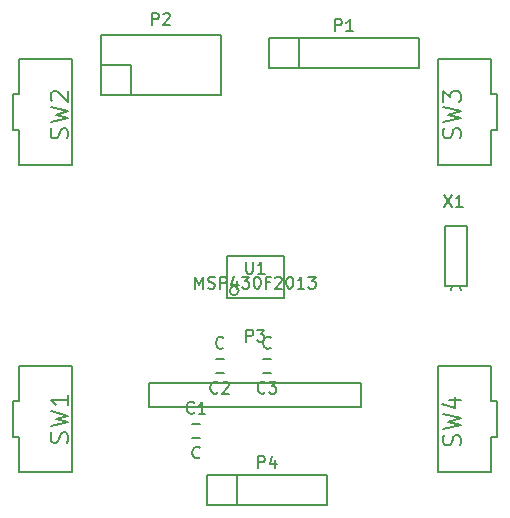
<source format=gto>
G04 #@! TF.FileFunction,Legend,Top*
%FSLAX46Y46*%
G04 Gerber Fmt 4.6, Leading zero omitted, Abs format (unit mm)*
G04 Created by KiCad (PCBNEW (2014-11-17 BZR 5289)-product) date Thu 22 Jan 2015 10:16:19 AM EST*
%MOMM*%
G01*
G04 APERTURE LIST*
%ADD10C,0.100000*%
%ADD11C,0.150000*%
G04 APERTURE END LIST*
D10*
D11*
X212650000Y-145400000D02*
X213350000Y-145400000D01*
X213350000Y-146600000D02*
X212650000Y-146600000D01*
X215350000Y-141100000D02*
X214650000Y-141100000D01*
X214650000Y-139900000D02*
X215350000Y-139900000D01*
X219350000Y-141100000D02*
X218650000Y-141100000D01*
X218650000Y-139900000D02*
X219350000Y-139900000D01*
X221690000Y-112730000D02*
X231850000Y-112730000D01*
X231850000Y-112730000D02*
X231850000Y-115270000D01*
X231850000Y-115270000D02*
X221690000Y-115270000D01*
X219150000Y-112730000D02*
X221690000Y-112730000D01*
X221690000Y-112730000D02*
X221690000Y-115270000D01*
X219150000Y-112730000D02*
X219150000Y-115270000D01*
X219150000Y-115270000D02*
X221690000Y-115270000D01*
X207460000Y-117540000D02*
X215080000Y-117540000D01*
X215080000Y-117540000D02*
X215080000Y-112460000D01*
X215080000Y-112460000D02*
X204920000Y-112460000D01*
X204920000Y-112460000D02*
X204920000Y-115000000D01*
X204920000Y-117540000D02*
X207460000Y-117540000D01*
X204920000Y-115000000D02*
X207460000Y-115000000D01*
X207460000Y-115000000D02*
X207460000Y-117540000D01*
X204920000Y-117540000D02*
X204920000Y-115000000D01*
X216460000Y-152270000D02*
X224080000Y-152270000D01*
X216460000Y-149730000D02*
X224080000Y-149730000D01*
X213920000Y-149730000D02*
X216460000Y-149730000D01*
X224080000Y-152270000D02*
X224080000Y-149730000D01*
X216460000Y-149730000D02*
X216460000Y-152270000D01*
X213920000Y-149730000D02*
X213920000Y-152270000D01*
X213920000Y-152270000D02*
X216460000Y-152270000D01*
X202500000Y-140500000D02*
X198000000Y-140500000D01*
X198000000Y-140500000D02*
X198000000Y-143500000D01*
X198000000Y-143500000D02*
X197500000Y-143500000D01*
X197500000Y-143500000D02*
X197500000Y-146500000D01*
X197500000Y-146500000D02*
X198000000Y-146500000D01*
X198000000Y-146500000D02*
X198000000Y-149500000D01*
X198000000Y-149500000D02*
X202500000Y-149500000D01*
X202500000Y-149500000D02*
X202500000Y-140500000D01*
X202500000Y-114500000D02*
X198000000Y-114500000D01*
X198000000Y-114500000D02*
X198000000Y-117500000D01*
X198000000Y-117500000D02*
X197500000Y-117500000D01*
X197500000Y-117500000D02*
X197500000Y-120500000D01*
X197500000Y-120500000D02*
X198000000Y-120500000D01*
X198000000Y-120500000D02*
X198000000Y-123500000D01*
X198000000Y-123500000D02*
X202500000Y-123500000D01*
X202500000Y-123500000D02*
X202500000Y-114500000D01*
X233500000Y-123500000D02*
X238000000Y-123500000D01*
X238000000Y-123500000D02*
X238000000Y-120500000D01*
X238000000Y-120500000D02*
X238500000Y-120500000D01*
X238500000Y-120500000D02*
X238500000Y-117500000D01*
X238500000Y-117500000D02*
X238000000Y-117500000D01*
X238000000Y-117500000D02*
X238000000Y-114500000D01*
X238000000Y-114500000D02*
X233500000Y-114500000D01*
X233500000Y-114500000D02*
X233500000Y-123500000D01*
X233500000Y-149500000D02*
X238000000Y-149500000D01*
X238000000Y-149500000D02*
X238000000Y-146500000D01*
X238000000Y-146500000D02*
X238500000Y-146500000D01*
X238500000Y-146500000D02*
X238500000Y-143500000D01*
X238500000Y-143500000D02*
X238000000Y-143500000D01*
X238000000Y-143500000D02*
X238000000Y-140500000D01*
X238000000Y-140500000D02*
X233500000Y-140500000D01*
X233500000Y-140500000D02*
X233500000Y-149500000D01*
X215587000Y-131222000D02*
X220413000Y-131222000D01*
X220413000Y-131222000D02*
X220413000Y-134778000D01*
X220413000Y-134778000D02*
X215587000Y-134778000D01*
X215587000Y-134778000D02*
X215587000Y-131222000D01*
X216603000Y-134143000D02*
G75*
G03X216603000Y-134143000I-381000J0D01*
G01*
X234700280Y-133750320D02*
X234601220Y-134050040D01*
X235299720Y-133750320D02*
X235398780Y-134050040D01*
X235899160Y-133750320D02*
X235899160Y-128700800D01*
X235899160Y-128700800D02*
X234100840Y-128700800D01*
X234100840Y-128700800D02*
X234100840Y-133750320D01*
X235899160Y-133750320D02*
X234100840Y-133750320D01*
X227000000Y-142000000D02*
X209000000Y-142000000D01*
X209000000Y-142000000D02*
X209000000Y-144000000D01*
X209000000Y-144000000D02*
X227000000Y-144000000D01*
X227000000Y-144000000D02*
X227000000Y-142000000D01*
X212833334Y-144457143D02*
X212785715Y-144504762D01*
X212642858Y-144552381D01*
X212547620Y-144552381D01*
X212404762Y-144504762D01*
X212309524Y-144409524D01*
X212261905Y-144314286D01*
X212214286Y-144123810D01*
X212214286Y-143980952D01*
X212261905Y-143790476D01*
X212309524Y-143695238D01*
X212404762Y-143600000D01*
X212547620Y-143552381D01*
X212642858Y-143552381D01*
X212785715Y-143600000D01*
X212833334Y-143647619D01*
X213785715Y-144552381D02*
X213214286Y-144552381D01*
X213500000Y-144552381D02*
X213500000Y-143552381D01*
X213404762Y-143695238D01*
X213309524Y-143790476D01*
X213214286Y-143838095D01*
X213309524Y-148257143D02*
X213261905Y-148304762D01*
X213119048Y-148352381D01*
X213023810Y-148352381D01*
X212880952Y-148304762D01*
X212785714Y-148209524D01*
X212738095Y-148114286D01*
X212690476Y-147923810D01*
X212690476Y-147780952D01*
X212738095Y-147590476D01*
X212785714Y-147495238D01*
X212880952Y-147400000D01*
X213023810Y-147352381D01*
X213119048Y-147352381D01*
X213261905Y-147400000D01*
X213309524Y-147447619D01*
X214833334Y-142757143D02*
X214785715Y-142804762D01*
X214642858Y-142852381D01*
X214547620Y-142852381D01*
X214404762Y-142804762D01*
X214309524Y-142709524D01*
X214261905Y-142614286D01*
X214214286Y-142423810D01*
X214214286Y-142280952D01*
X214261905Y-142090476D01*
X214309524Y-141995238D01*
X214404762Y-141900000D01*
X214547620Y-141852381D01*
X214642858Y-141852381D01*
X214785715Y-141900000D01*
X214833334Y-141947619D01*
X215214286Y-141947619D02*
X215261905Y-141900000D01*
X215357143Y-141852381D01*
X215595239Y-141852381D01*
X215690477Y-141900000D01*
X215738096Y-141947619D01*
X215785715Y-142042857D01*
X215785715Y-142138095D01*
X215738096Y-142280952D01*
X215166667Y-142852381D01*
X215785715Y-142852381D01*
X215309524Y-138957143D02*
X215261905Y-139004762D01*
X215119048Y-139052381D01*
X215023810Y-139052381D01*
X214880952Y-139004762D01*
X214785714Y-138909524D01*
X214738095Y-138814286D01*
X214690476Y-138623810D01*
X214690476Y-138480952D01*
X214738095Y-138290476D01*
X214785714Y-138195238D01*
X214880952Y-138100000D01*
X215023810Y-138052381D01*
X215119048Y-138052381D01*
X215261905Y-138100000D01*
X215309524Y-138147619D01*
X218833334Y-142757143D02*
X218785715Y-142804762D01*
X218642858Y-142852381D01*
X218547620Y-142852381D01*
X218404762Y-142804762D01*
X218309524Y-142709524D01*
X218261905Y-142614286D01*
X218214286Y-142423810D01*
X218214286Y-142280952D01*
X218261905Y-142090476D01*
X218309524Y-141995238D01*
X218404762Y-141900000D01*
X218547620Y-141852381D01*
X218642858Y-141852381D01*
X218785715Y-141900000D01*
X218833334Y-141947619D01*
X219166667Y-141852381D02*
X219785715Y-141852381D01*
X219452381Y-142233333D01*
X219595239Y-142233333D01*
X219690477Y-142280952D01*
X219738096Y-142328571D01*
X219785715Y-142423810D01*
X219785715Y-142661905D01*
X219738096Y-142757143D01*
X219690477Y-142804762D01*
X219595239Y-142852381D01*
X219309524Y-142852381D01*
X219214286Y-142804762D01*
X219166667Y-142757143D01*
X219309524Y-138957143D02*
X219261905Y-139004762D01*
X219119048Y-139052381D01*
X219023810Y-139052381D01*
X218880952Y-139004762D01*
X218785714Y-138909524D01*
X218738095Y-138814286D01*
X218690476Y-138623810D01*
X218690476Y-138480952D01*
X218738095Y-138290476D01*
X218785714Y-138195238D01*
X218880952Y-138100000D01*
X219023810Y-138052381D01*
X219119048Y-138052381D01*
X219261905Y-138100000D01*
X219309524Y-138147619D01*
X224761905Y-112166381D02*
X224761905Y-111166381D01*
X225142858Y-111166381D01*
X225238096Y-111214000D01*
X225285715Y-111261619D01*
X225333334Y-111356857D01*
X225333334Y-111499714D01*
X225285715Y-111594952D01*
X225238096Y-111642571D01*
X225142858Y-111690190D01*
X224761905Y-111690190D01*
X226285715Y-112166381D02*
X225714286Y-112166381D01*
X226000000Y-112166381D02*
X226000000Y-111166381D01*
X225904762Y-111309238D01*
X225809524Y-111404476D01*
X225714286Y-111452095D01*
X209261905Y-111642381D02*
X209261905Y-110642381D01*
X209642858Y-110642381D01*
X209738096Y-110690000D01*
X209785715Y-110737619D01*
X209833334Y-110832857D01*
X209833334Y-110975714D01*
X209785715Y-111070952D01*
X209738096Y-111118571D01*
X209642858Y-111166190D01*
X209261905Y-111166190D01*
X210214286Y-110737619D02*
X210261905Y-110690000D01*
X210357143Y-110642381D01*
X210595239Y-110642381D01*
X210690477Y-110690000D01*
X210738096Y-110737619D01*
X210785715Y-110832857D01*
X210785715Y-110928095D01*
X210738096Y-111070952D01*
X210166667Y-111642381D01*
X210785715Y-111642381D01*
X218261905Y-149166381D02*
X218261905Y-148166381D01*
X218642858Y-148166381D01*
X218738096Y-148214000D01*
X218785715Y-148261619D01*
X218833334Y-148356857D01*
X218833334Y-148499714D01*
X218785715Y-148594952D01*
X218738096Y-148642571D01*
X218642858Y-148690190D01*
X218261905Y-148690190D01*
X219690477Y-148499714D02*
X219690477Y-149166381D01*
X219452381Y-148118762D02*
X219214286Y-148833048D01*
X219833334Y-148833048D01*
X202107143Y-147000000D02*
X202178571Y-146785714D01*
X202178571Y-146428571D01*
X202107143Y-146285714D01*
X202035714Y-146214285D01*
X201892857Y-146142857D01*
X201750000Y-146142857D01*
X201607143Y-146214285D01*
X201535714Y-146285714D01*
X201464286Y-146428571D01*
X201392857Y-146714285D01*
X201321429Y-146857143D01*
X201250000Y-146928571D01*
X201107143Y-147000000D01*
X200964286Y-147000000D01*
X200821429Y-146928571D01*
X200750000Y-146857143D01*
X200678571Y-146714285D01*
X200678571Y-146357143D01*
X200750000Y-146142857D01*
X200678571Y-145642857D02*
X202178571Y-145285714D01*
X201107143Y-145000000D01*
X202178571Y-144714286D01*
X200678571Y-144357143D01*
X202178571Y-143000000D02*
X202178571Y-143857143D01*
X202178571Y-143428571D02*
X200678571Y-143428571D01*
X200892857Y-143571428D01*
X201035714Y-143714286D01*
X201107143Y-143857143D01*
X202107143Y-121250000D02*
X202178571Y-121035714D01*
X202178571Y-120678571D01*
X202107143Y-120535714D01*
X202035714Y-120464285D01*
X201892857Y-120392857D01*
X201750000Y-120392857D01*
X201607143Y-120464285D01*
X201535714Y-120535714D01*
X201464286Y-120678571D01*
X201392857Y-120964285D01*
X201321429Y-121107143D01*
X201250000Y-121178571D01*
X201107143Y-121250000D01*
X200964286Y-121250000D01*
X200821429Y-121178571D01*
X200750000Y-121107143D01*
X200678571Y-120964285D01*
X200678571Y-120607143D01*
X200750000Y-120392857D01*
X200678571Y-119892857D02*
X202178571Y-119535714D01*
X201107143Y-119250000D01*
X202178571Y-118964286D01*
X200678571Y-118607143D01*
X200821429Y-118107143D02*
X200750000Y-118035714D01*
X200678571Y-117892857D01*
X200678571Y-117535714D01*
X200750000Y-117392857D01*
X200821429Y-117321428D01*
X200964286Y-117250000D01*
X201107143Y-117250000D01*
X201321429Y-117321428D01*
X202178571Y-118178571D01*
X202178571Y-117250000D01*
X235357143Y-121250000D02*
X235428571Y-121035714D01*
X235428571Y-120678571D01*
X235357143Y-120535714D01*
X235285714Y-120464285D01*
X235142857Y-120392857D01*
X235000000Y-120392857D01*
X234857143Y-120464285D01*
X234785714Y-120535714D01*
X234714286Y-120678571D01*
X234642857Y-120964285D01*
X234571429Y-121107143D01*
X234500000Y-121178571D01*
X234357143Y-121250000D01*
X234214286Y-121250000D01*
X234071429Y-121178571D01*
X234000000Y-121107143D01*
X233928571Y-120964285D01*
X233928571Y-120607143D01*
X234000000Y-120392857D01*
X233928571Y-119892857D02*
X235428571Y-119535714D01*
X234357143Y-119250000D01*
X235428571Y-118964286D01*
X233928571Y-118607143D01*
X233928571Y-118178571D02*
X233928571Y-117250000D01*
X234500000Y-117750000D01*
X234500000Y-117535714D01*
X234571429Y-117392857D01*
X234642857Y-117321428D01*
X234785714Y-117250000D01*
X235142857Y-117250000D01*
X235285714Y-117321428D01*
X235357143Y-117392857D01*
X235428571Y-117535714D01*
X235428571Y-117964286D01*
X235357143Y-118107143D01*
X235285714Y-118178571D01*
X235357143Y-147250000D02*
X235428571Y-147035714D01*
X235428571Y-146678571D01*
X235357143Y-146535714D01*
X235285714Y-146464285D01*
X235142857Y-146392857D01*
X235000000Y-146392857D01*
X234857143Y-146464285D01*
X234785714Y-146535714D01*
X234714286Y-146678571D01*
X234642857Y-146964285D01*
X234571429Y-147107143D01*
X234500000Y-147178571D01*
X234357143Y-147250000D01*
X234214286Y-147250000D01*
X234071429Y-147178571D01*
X234000000Y-147107143D01*
X233928571Y-146964285D01*
X233928571Y-146607143D01*
X234000000Y-146392857D01*
X233928571Y-145892857D02*
X235428571Y-145535714D01*
X234357143Y-145250000D01*
X235428571Y-144964286D01*
X233928571Y-144607143D01*
X234428571Y-143392857D02*
X235428571Y-143392857D01*
X233857143Y-143750000D02*
X234928571Y-144107143D01*
X234928571Y-143178571D01*
X217238095Y-131690381D02*
X217238095Y-132499905D01*
X217285714Y-132595143D01*
X217333333Y-132642762D01*
X217428571Y-132690381D01*
X217619048Y-132690381D01*
X217714286Y-132642762D01*
X217761905Y-132595143D01*
X217809524Y-132499905D01*
X217809524Y-131690381D01*
X218809524Y-132690381D02*
X218238095Y-132690381D01*
X218523809Y-132690381D02*
X218523809Y-131690381D01*
X218428571Y-131833238D01*
X218333333Y-131928476D01*
X218238095Y-131976095D01*
X212928571Y-133960381D02*
X212928571Y-132960381D01*
X213261905Y-133674667D01*
X213595238Y-132960381D01*
X213595238Y-133960381D01*
X214023809Y-133912762D02*
X214166666Y-133960381D01*
X214404762Y-133960381D01*
X214500000Y-133912762D01*
X214547619Y-133865143D01*
X214595238Y-133769905D01*
X214595238Y-133674667D01*
X214547619Y-133579429D01*
X214500000Y-133531810D01*
X214404762Y-133484190D01*
X214214285Y-133436571D01*
X214119047Y-133388952D01*
X214071428Y-133341333D01*
X214023809Y-133246095D01*
X214023809Y-133150857D01*
X214071428Y-133055619D01*
X214119047Y-133008000D01*
X214214285Y-132960381D01*
X214452381Y-132960381D01*
X214595238Y-133008000D01*
X215023809Y-133960381D02*
X215023809Y-132960381D01*
X215404762Y-132960381D01*
X215500000Y-133008000D01*
X215547619Y-133055619D01*
X215595238Y-133150857D01*
X215595238Y-133293714D01*
X215547619Y-133388952D01*
X215500000Y-133436571D01*
X215404762Y-133484190D01*
X215023809Y-133484190D01*
X216452381Y-133293714D02*
X216452381Y-133960381D01*
X216214285Y-132912762D02*
X215976190Y-133627048D01*
X216595238Y-133627048D01*
X216880952Y-132960381D02*
X217500000Y-132960381D01*
X217166666Y-133341333D01*
X217309524Y-133341333D01*
X217404762Y-133388952D01*
X217452381Y-133436571D01*
X217500000Y-133531810D01*
X217500000Y-133769905D01*
X217452381Y-133865143D01*
X217404762Y-133912762D01*
X217309524Y-133960381D01*
X217023809Y-133960381D01*
X216928571Y-133912762D01*
X216880952Y-133865143D01*
X218119047Y-132960381D02*
X218214286Y-132960381D01*
X218309524Y-133008000D01*
X218357143Y-133055619D01*
X218404762Y-133150857D01*
X218452381Y-133341333D01*
X218452381Y-133579429D01*
X218404762Y-133769905D01*
X218357143Y-133865143D01*
X218309524Y-133912762D01*
X218214286Y-133960381D01*
X218119047Y-133960381D01*
X218023809Y-133912762D01*
X217976190Y-133865143D01*
X217928571Y-133769905D01*
X217880952Y-133579429D01*
X217880952Y-133341333D01*
X217928571Y-133150857D01*
X217976190Y-133055619D01*
X218023809Y-133008000D01*
X218119047Y-132960381D01*
X219214286Y-133436571D02*
X218880952Y-133436571D01*
X218880952Y-133960381D02*
X218880952Y-132960381D01*
X219357143Y-132960381D01*
X219690476Y-133055619D02*
X219738095Y-133008000D01*
X219833333Y-132960381D01*
X220071429Y-132960381D01*
X220166667Y-133008000D01*
X220214286Y-133055619D01*
X220261905Y-133150857D01*
X220261905Y-133246095D01*
X220214286Y-133388952D01*
X219642857Y-133960381D01*
X220261905Y-133960381D01*
X220880952Y-132960381D02*
X220976191Y-132960381D01*
X221071429Y-133008000D01*
X221119048Y-133055619D01*
X221166667Y-133150857D01*
X221214286Y-133341333D01*
X221214286Y-133579429D01*
X221166667Y-133769905D01*
X221119048Y-133865143D01*
X221071429Y-133912762D01*
X220976191Y-133960381D01*
X220880952Y-133960381D01*
X220785714Y-133912762D01*
X220738095Y-133865143D01*
X220690476Y-133769905D01*
X220642857Y-133579429D01*
X220642857Y-133341333D01*
X220690476Y-133150857D01*
X220738095Y-133055619D01*
X220785714Y-133008000D01*
X220880952Y-132960381D01*
X222166667Y-133960381D02*
X221595238Y-133960381D01*
X221880952Y-133960381D02*
X221880952Y-132960381D01*
X221785714Y-133103238D01*
X221690476Y-133198476D01*
X221595238Y-133246095D01*
X222500000Y-132960381D02*
X223119048Y-132960381D01*
X222785714Y-133341333D01*
X222928572Y-133341333D01*
X223023810Y-133388952D01*
X223071429Y-133436571D01*
X223119048Y-133531810D01*
X223119048Y-133769905D01*
X223071429Y-133865143D01*
X223023810Y-133912762D01*
X222928572Y-133960381D01*
X222642857Y-133960381D01*
X222547619Y-133912762D01*
X222500000Y-133865143D01*
X233989816Y-126052601D02*
X234656483Y-127052601D01*
X234656483Y-126052601D02*
X233989816Y-127052601D01*
X235561245Y-127052601D02*
X234989816Y-127052601D01*
X235275530Y-127052601D02*
X235275530Y-126052601D01*
X235180292Y-126195458D01*
X235085054Y-126290696D01*
X234989816Y-126338315D01*
X217261905Y-138452381D02*
X217261905Y-137452381D01*
X217642858Y-137452381D01*
X217738096Y-137500000D01*
X217785715Y-137547619D01*
X217833334Y-137642857D01*
X217833334Y-137785714D01*
X217785715Y-137880952D01*
X217738096Y-137928571D01*
X217642858Y-137976190D01*
X217261905Y-137976190D01*
X218166667Y-137452381D02*
X218785715Y-137452381D01*
X218452381Y-137833333D01*
X218595239Y-137833333D01*
X218690477Y-137880952D01*
X218738096Y-137928571D01*
X218785715Y-138023810D01*
X218785715Y-138261905D01*
X218738096Y-138357143D01*
X218690477Y-138404762D01*
X218595239Y-138452381D01*
X218309524Y-138452381D01*
X218214286Y-138404762D01*
X218166667Y-138357143D01*
M02*

</source>
